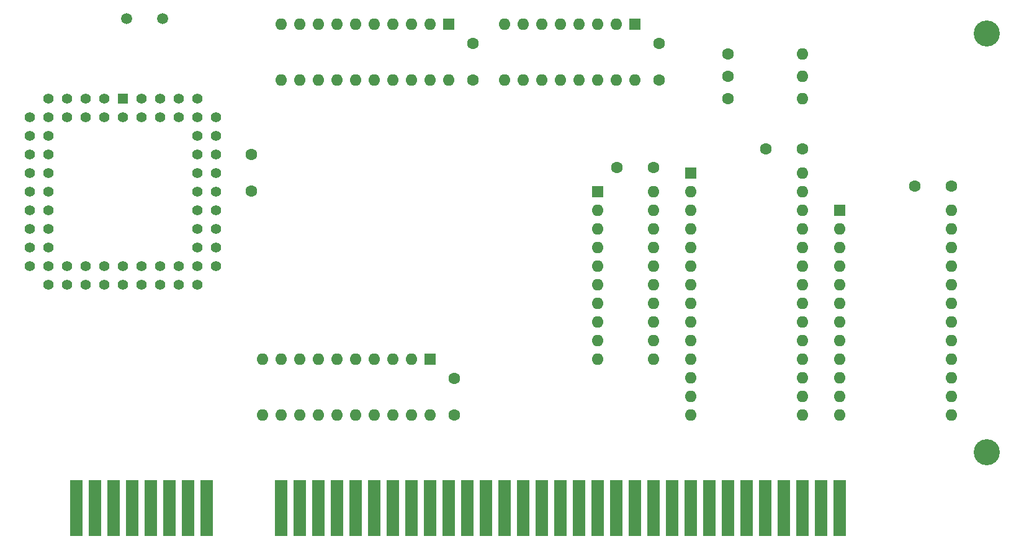
<source format=gbr>
G04 #@! TF.GenerationSoftware,KiCad,Pcbnew,(5.1.8)-1*
G04 #@! TF.CreationDate,2021-11-26T20:47:01-07:00*
G04 #@! TF.ProjectId,80188,38303138-382e-46b6-9963-61645f706362,rev?*
G04 #@! TF.SameCoordinates,Original*
G04 #@! TF.FileFunction,Soldermask,Top*
G04 #@! TF.FilePolarity,Negative*
%FSLAX46Y46*%
G04 Gerber Fmt 4.6, Leading zero omitted, Abs format (unit mm)*
G04 Created by KiCad (PCBNEW (5.1.8)-1) date 2021-11-26 20:47:01*
%MOMM*%
%LPD*%
G01*
G04 APERTURE LIST*
%ADD10O,1.600000X1.600000*%
%ADD11C,1.600000*%
%ADD12C,1.500000*%
%ADD13C,1.422400*%
%ADD14R,1.422400X1.422400*%
%ADD15R,1.600000X1.600000*%
%ADD16R,1.780000X7.620000*%
%ADD17C,3.556000*%
G04 APERTURE END LIST*
D10*
G04 #@! TO.C,R2*
X156456380Y-73888600D03*
D11*
X146296380Y-73888600D03*
G04 #@! TD*
D12*
G04 #@! TO.C,Y1*
X69154380Y-62966600D03*
X64254380Y-62966600D03*
G04 #@! TD*
D13*
G04 #@! TO.C,80188*
X76446380Y-76428600D03*
X76446380Y-78968600D03*
X76446380Y-81508600D03*
X76446380Y-84048600D03*
X76446380Y-86588600D03*
X76446380Y-89128600D03*
X76446380Y-91668600D03*
X76446380Y-94208600D03*
X73906380Y-73888600D03*
X73906380Y-78968600D03*
X73906380Y-81508600D03*
X73906380Y-84048600D03*
X73906380Y-86588600D03*
X73906380Y-89128600D03*
X73906380Y-91668600D03*
X73906380Y-94208600D03*
X73906380Y-96748600D03*
X73906380Y-99288600D03*
X71366380Y-99288600D03*
X68826380Y-99288600D03*
X66286380Y-99288600D03*
X63746380Y-99288600D03*
X61206380Y-99288600D03*
X58666380Y-99288600D03*
X56126380Y-99288600D03*
X53586380Y-99288600D03*
X76446380Y-96748600D03*
X71366380Y-96748600D03*
X68826380Y-96748600D03*
X66286380Y-96748600D03*
X63746380Y-96748600D03*
X61206380Y-96748600D03*
X58666380Y-96748600D03*
X56126380Y-96748600D03*
X53586380Y-96748600D03*
X51046380Y-96748600D03*
X51046380Y-94208600D03*
X51046380Y-91668600D03*
X51046380Y-89128600D03*
X51046380Y-86588600D03*
X51046380Y-84048600D03*
X51046380Y-81508600D03*
X51046380Y-78968600D03*
X51046380Y-76428600D03*
X53586380Y-94208600D03*
X53586380Y-91668600D03*
X53586380Y-89128600D03*
X53586380Y-86588600D03*
X53586380Y-84048600D03*
X53586380Y-81508600D03*
X53586380Y-78968600D03*
X53586380Y-76428600D03*
X71366380Y-73888600D03*
X68826380Y-73888600D03*
X66286380Y-73888600D03*
X53586380Y-73888600D03*
X56126380Y-73888600D03*
X58666380Y-73888600D03*
X61206380Y-73888600D03*
D14*
X63746380Y-73888600D03*
D13*
X73906380Y-76428600D03*
X71366380Y-76428600D03*
X68826380Y-76428600D03*
X66286380Y-76428600D03*
X56126380Y-76428600D03*
X58666380Y-76428600D03*
X61206380Y-76428600D03*
X63746380Y-76428600D03*
G04 #@! TD*
D10*
G04 #@! TO.C,U8*
X133596380Y-71348600D03*
X115816380Y-63728600D03*
X131056380Y-71348600D03*
X118356380Y-63728600D03*
X128516380Y-71348600D03*
X120896380Y-63728600D03*
X125976380Y-71348600D03*
X123436380Y-63728600D03*
X123436380Y-71348600D03*
X125976380Y-63728600D03*
X120896380Y-71348600D03*
X128516380Y-63728600D03*
X118356380Y-71348600D03*
X131056380Y-63728600D03*
X115816380Y-71348600D03*
D15*
X133596380Y-63728600D03*
G04 #@! TD*
D10*
G04 #@! TO.C,U7*
X176776380Y-89128600D03*
X161536380Y-117068600D03*
X176776380Y-91668600D03*
X161536380Y-114528600D03*
X176776380Y-94208600D03*
X161536380Y-111988600D03*
X176776380Y-96748600D03*
X161536380Y-109448600D03*
X176776380Y-99288600D03*
X161536380Y-106908600D03*
X176776380Y-101828600D03*
X161536380Y-104368600D03*
X176776380Y-104368600D03*
X161536380Y-101828600D03*
X176776380Y-106908600D03*
X161536380Y-99288600D03*
X176776380Y-109448600D03*
X161536380Y-96748600D03*
X176776380Y-111988600D03*
X161536380Y-94208600D03*
X176776380Y-114528600D03*
X161536380Y-91668600D03*
X176776380Y-117068600D03*
D15*
X161536380Y-89128600D03*
G04 #@! TD*
D10*
G04 #@! TO.C,U6*
X156456380Y-84048600D03*
X141216380Y-117068600D03*
X156456380Y-86588600D03*
X141216380Y-114528600D03*
X156456380Y-89128600D03*
X141216380Y-111988600D03*
X156456380Y-91668600D03*
X141216380Y-109448600D03*
X156456380Y-94208600D03*
X141216380Y-106908600D03*
X156456380Y-96748600D03*
X141216380Y-104368600D03*
X156456380Y-99288600D03*
X141216380Y-101828600D03*
X156456380Y-101828600D03*
X141216380Y-99288600D03*
X156456380Y-104368600D03*
X141216380Y-96748600D03*
X156456380Y-106908600D03*
X141216380Y-94208600D03*
X156456380Y-109448600D03*
X141216380Y-91668600D03*
X156456380Y-111988600D03*
X141216380Y-89128600D03*
X156456380Y-114528600D03*
X141216380Y-86588600D03*
X156456380Y-117068600D03*
D15*
X141216380Y-84048600D03*
G04 #@! TD*
D10*
G04 #@! TO.C,R5*
X156456380Y-67792600D03*
D11*
X146296380Y-67792600D03*
G04 #@! TD*
D10*
G04 #@! TO.C,R1*
X156456380Y-70840600D03*
D11*
X146296380Y-70840600D03*
G04 #@! TD*
G04 #@! TO.C,C8*
X136898380Y-71348600D03*
X136898380Y-66348600D03*
G04 #@! TD*
G04 #@! TO.C,C7*
X156456380Y-80746600D03*
X151456380Y-80746600D03*
G04 #@! TD*
G04 #@! TO.C,C6*
X176776380Y-85826600D03*
X171776380Y-85826600D03*
G04 #@! TD*
G04 #@! TO.C,C5*
X81272380Y-86508600D03*
X81272380Y-81508600D03*
G04 #@! TD*
D16*
G04 #@! TO.C,J1*
X57396380Y-129768600D03*
X59936380Y-129768600D03*
X62476380Y-129768600D03*
X65016380Y-129768600D03*
X67556380Y-129768600D03*
X70096380Y-129768600D03*
X72636380Y-129768600D03*
X75176380Y-129768600D03*
G04 #@! TD*
D10*
G04 #@! TO.C,U4*
X136136380Y-86588600D03*
X128516380Y-109448600D03*
X136136380Y-89128600D03*
X128516380Y-106908600D03*
X136136380Y-91668600D03*
X128516380Y-104368600D03*
X136136380Y-94208600D03*
X128516380Y-101828600D03*
X136136380Y-96748600D03*
X128516380Y-99288600D03*
X136136380Y-99288600D03*
X128516380Y-96748600D03*
X136136380Y-101828600D03*
X128516380Y-94208600D03*
X136136380Y-104368600D03*
X128516380Y-91668600D03*
X136136380Y-106908600D03*
X128516380Y-89128600D03*
X136136380Y-109448600D03*
D15*
X128516380Y-86588600D03*
G04 #@! TD*
D10*
G04 #@! TO.C,U3*
X108196380Y-71348600D03*
X85336380Y-63728600D03*
X105656380Y-71348600D03*
X87876380Y-63728600D03*
X103116380Y-71348600D03*
X90416380Y-63728600D03*
X100576380Y-71348600D03*
X92956380Y-63728600D03*
X98036380Y-71348600D03*
X95496380Y-63728600D03*
X95496380Y-71348600D03*
X98036380Y-63728600D03*
X92956380Y-71348600D03*
X100576380Y-63728600D03*
X90416380Y-71348600D03*
X103116380Y-63728600D03*
X87876380Y-71348600D03*
X105656380Y-63728600D03*
X85336380Y-71348600D03*
D15*
X108196380Y-63728600D03*
G04 #@! TD*
D10*
G04 #@! TO.C,U2*
X105656380Y-117068600D03*
X82796380Y-109448600D03*
X103116380Y-117068600D03*
X85336380Y-109448600D03*
X100576380Y-117068600D03*
X87876380Y-109448600D03*
X98036380Y-117068600D03*
X90416380Y-109448600D03*
X95496380Y-117068600D03*
X92956380Y-109448600D03*
X92956380Y-117068600D03*
X95496380Y-109448600D03*
X90416380Y-117068600D03*
X98036380Y-109448600D03*
X87876380Y-117068600D03*
X100576380Y-109448600D03*
X85336380Y-117068600D03*
X103116380Y-109448600D03*
X82796380Y-117068600D03*
D15*
X105656380Y-109448600D03*
G04 #@! TD*
D11*
G04 #@! TO.C,C4*
X136136380Y-83286600D03*
X131136380Y-83286600D03*
G04 #@! TD*
G04 #@! TO.C,C3*
X111498380Y-71348600D03*
X111498380Y-66348600D03*
G04 #@! TD*
G04 #@! TO.C,C2*
X108958380Y-117068600D03*
X108958380Y-112068600D03*
G04 #@! TD*
D16*
G04 #@! TO.C,J9*
X85336380Y-129768600D03*
X87876380Y-129768600D03*
X90416380Y-129768600D03*
X92956380Y-129768600D03*
X95496380Y-129768600D03*
X98036380Y-129768600D03*
X100576380Y-129768600D03*
X103116380Y-129768600D03*
X105656380Y-129768600D03*
X108196380Y-129768600D03*
X110736380Y-129768600D03*
X113276380Y-129768600D03*
X115816380Y-129768600D03*
X118356380Y-129768600D03*
X120896380Y-129768600D03*
X123436380Y-129768600D03*
X125976380Y-129768600D03*
X128516380Y-129768600D03*
X131056380Y-129768600D03*
X133596380Y-129768600D03*
X136136380Y-129768600D03*
X138676380Y-129768600D03*
X141216380Y-129768600D03*
X143756380Y-129768600D03*
X146296380Y-129768600D03*
X148836380Y-129768600D03*
X151376380Y-129768600D03*
X153916380Y-129768600D03*
X156456380Y-129768600D03*
X158996380Y-129768600D03*
X161536380Y-129768600D03*
G04 #@! TD*
D17*
G04 #@! TO.C,R*
X181602380Y-122148600D03*
G04 #@! TD*
G04 #@! TO.C,R*
X181602380Y-64998600D03*
G04 #@! TD*
M02*

</source>
